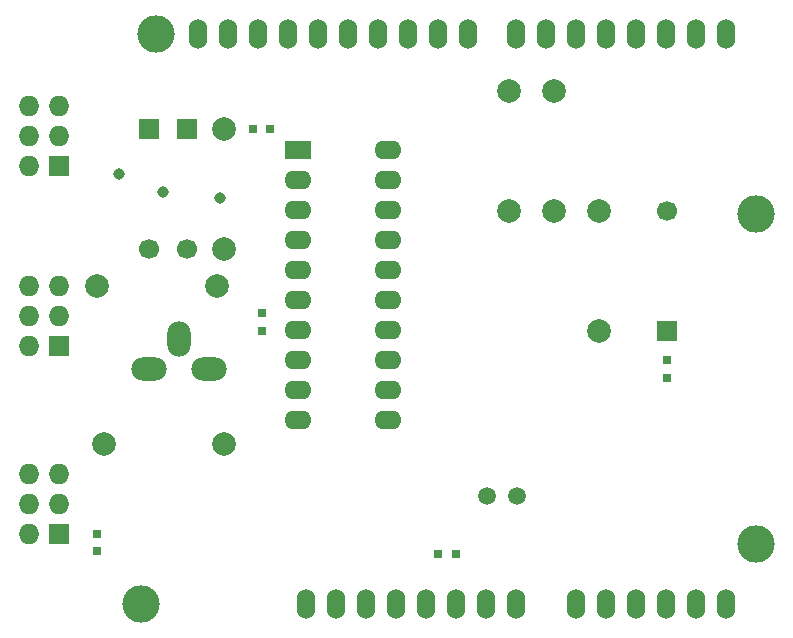
<source format=gbr>
G04 #@! TF.FileFunction,Soldermask,Bot*
%FSLAX46Y46*%
G04 Gerber Fmt 4.6, Leading zero omitted, Abs format (unit mm)*
G04 Created by KiCad (PCBNEW (after 2015-mar-04 BZR unknown)-product) date Fri 28 Oct 2016 10:27:18 AM CEST*
%MOMM*%
G01*
G04 APERTURE LIST*
%ADD10C,0.100000*%
%ADD11C,0.970000*%
%ADD12O,1.524000X2.540000*%
%ADD13C,3.175000*%
%ADD14R,1.727200X1.727200*%
%ADD15O,1.727200X1.727200*%
%ADD16C,1.501140*%
%ADD17R,0.800000X0.750000*%
%ADD18R,0.750000X0.800000*%
%ADD19C,1.699260*%
%ADD20R,1.699260X1.699260*%
%ADD21O,1.998980X2.999740*%
%ADD22O,2.999740X1.998980*%
%ADD23C,1.998980*%
%ADD24R,2.286000X1.574800*%
%ADD25O,2.286000X1.574800*%
G04 APERTURE END LIST*
D10*
D11*
X169164000Y-68072000D03*
X160655000Y-66040000D03*
D12*
X212001100Y-102463600D03*
X209461100Y-102463600D03*
X206921100Y-102463600D03*
X199301100Y-102463600D03*
X201841100Y-102463600D03*
X204381100Y-102463600D03*
X194221100Y-102463600D03*
X191681100Y-102463600D03*
X189141100Y-102463600D03*
X184061100Y-102463600D03*
X181521100Y-102463600D03*
X212001100Y-54203600D03*
X209461100Y-54203600D03*
X206921100Y-54203600D03*
X204381100Y-54203600D03*
X201841100Y-54203600D03*
X199301100Y-54203600D03*
X196761100Y-54203600D03*
X194221100Y-54203600D03*
X190157100Y-54203600D03*
X187617100Y-54203600D03*
X185077100Y-54203600D03*
X182537100Y-54203600D03*
X179997100Y-54203600D03*
X177457100Y-54203600D03*
X174917100Y-54203600D03*
X172377100Y-54203600D03*
X186601100Y-102463600D03*
D13*
X214541100Y-97383600D03*
X214541100Y-69443600D03*
X163741100Y-54203600D03*
X162471100Y-102463600D03*
D12*
X169837100Y-54203600D03*
X167297100Y-54203600D03*
X178981100Y-102463600D03*
X176441100Y-102463600D03*
D14*
X155575000Y-96520000D03*
D15*
X153035000Y-96520000D03*
X155575000Y-93980000D03*
X153035000Y-93980000D03*
X155575000Y-91440000D03*
X153035000Y-91440000D03*
D14*
X155575000Y-80645000D03*
D15*
X153035000Y-80645000D03*
X155575000Y-78105000D03*
X153035000Y-78105000D03*
X155575000Y-75565000D03*
X153035000Y-75565000D03*
D14*
X155575000Y-65405000D03*
D15*
X153035000Y-65405000D03*
X155575000Y-62865000D03*
X153035000Y-62865000D03*
X155575000Y-60325000D03*
X153035000Y-60325000D03*
D16*
X194310000Y-93345000D03*
X191770000Y-93345000D03*
D17*
X187641800Y-98247200D03*
X189141800Y-98247200D03*
D18*
X158750000Y-96506600D03*
X158750000Y-98006600D03*
X172720000Y-79363000D03*
X172720000Y-77863000D03*
X207010000Y-81800000D03*
X207010000Y-83300000D03*
D19*
X207010000Y-69215000D03*
D20*
X207010000Y-79375000D03*
D21*
X165735000Y-80010000D03*
D22*
X163195000Y-82550000D03*
X168275000Y-82550000D03*
D23*
X193675000Y-69215000D03*
X193675000Y-59055000D03*
X197485000Y-69215000D03*
X197485000Y-59055000D03*
X201295000Y-69215000D03*
X201295000Y-79375000D03*
X169545000Y-88900000D03*
X159385000Y-88900000D03*
X158750000Y-75565000D03*
X168910000Y-75565000D03*
D17*
X171970000Y-62230000D03*
X173470000Y-62230000D03*
D19*
X166370000Y-72390000D03*
D20*
X166370000Y-62230000D03*
D19*
X163195000Y-72390000D03*
D20*
X163195000Y-62230000D03*
D23*
X169545000Y-62230000D03*
X169545000Y-72390000D03*
D24*
X175768000Y-64008000D03*
D25*
X175768000Y-66548000D03*
X175768000Y-69088000D03*
X175768000Y-71628000D03*
X175768000Y-74168000D03*
X175768000Y-76708000D03*
X175768000Y-79248000D03*
X175768000Y-81788000D03*
X175768000Y-84328000D03*
X175768000Y-86868000D03*
X183388000Y-86868000D03*
X183388000Y-84328000D03*
X183388000Y-81788000D03*
X183388000Y-79248000D03*
X183388000Y-76708000D03*
X183388000Y-74168000D03*
X183388000Y-71628000D03*
X183388000Y-69088000D03*
X183388000Y-66548000D03*
X183388000Y-64008000D03*
D11*
X164338000Y-67564000D03*
M02*

</source>
